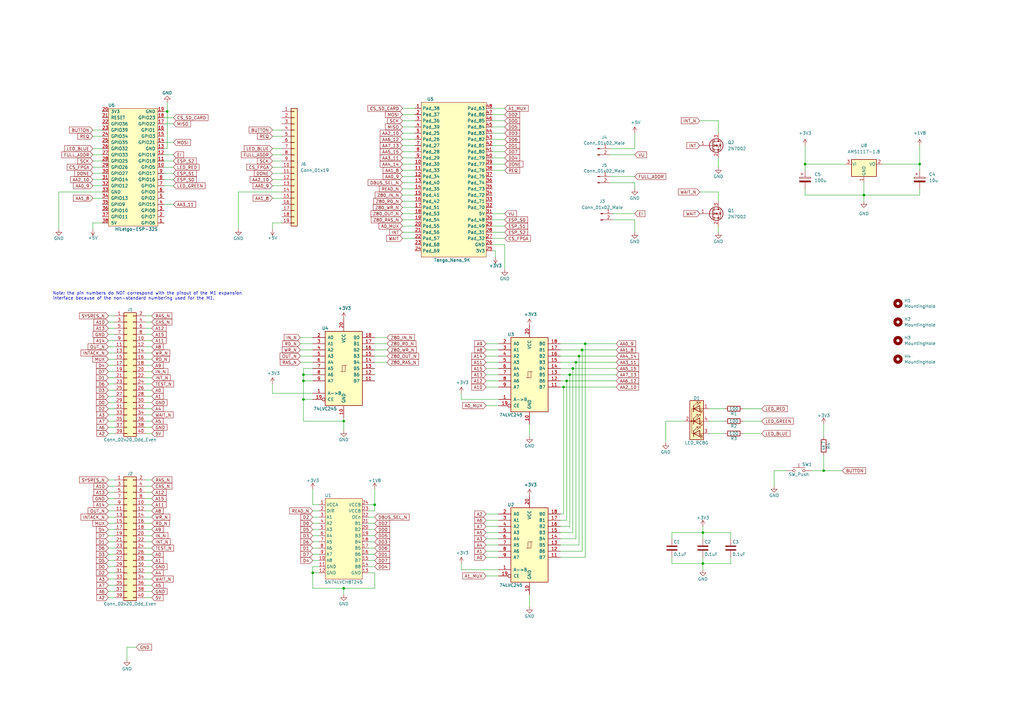
<source format=kicad_sch>
(kicad_sch (version 20211123) (generator eeschema)
  (paper "A3")
  (title_block (title "TRS-IO-M1") (date "2023-04-30") (rev "V1.4") (comment 3 "Title: TRS-IO for the TRS-80 Model 1") (comment 4 "Author: Arno Puder"))
  (junction (at 237.49 146.05))
  (junction (at 128.27 234.95))
  (junction (at 140.97 172.72))
  (junction (at 288.29 231.14))
  (junction (at 354.33 80.01))
  (junction (at 330.2 67.31))
  (junction (at 232.41 156.21))
  (junction (at 233.68 153.67))
  (junction (at 140.97 241.3))
  (junction (at 234.95 151.13))
  (junction (at 153.67 207.01))
  (junction (at 124.46 156.21))
  (junction (at 68.58 45.72))
  (junction (at 337.82 193.04))
  (junction (at 124.46 153.67))
  (junction (at 240.03 140.97))
  (junction (at 231.14 158.75))
  (junction (at 377.19 67.31))
  (junction (at 124.46 163.83))
  (junction (at 236.22 148.59))
  (junction (at 238.76 143.51))
  (junction (at 288.29 218.44))
  (wire (pts (xy 62.23 139.7) (xy 59.69 139.7)))
  (wire (pts (xy 41.91 91.44) (xy 38.1 91.44)))
  (wire (pts (xy 68.58 45.72) (xy 68.58 60.96)))
  (wire (pts (xy 337.82 173.99) (xy 337.82 179.07)))
  (wire (pts (xy 165.1 85.09) (xy 170.18 85.09)))
  (wire (pts (xy 229.87 148.59) (xy 236.22 148.59)))
  (wire (pts (xy 68.58 60.96) (xy 67.31 60.96)))
  (wire (pts (xy 46.99 157.48) (xy 44.45 157.48)))
  (wire (pts (xy 62.23 172.72) (xy 59.69 172.72)))
  (wire (pts (xy 199.39 210.82) (xy 204.47 210.82)))
  (wire (pts (xy 46.99 199.39) (xy 44.45 199.39)))
  (wire (pts (xy 153.67 146.05) (xy 158.75 146.05)))
  (wire (pts (xy 330.2 80.01) (xy 354.33 80.01)))
  (wire (pts (xy 165.1 59.69) (xy 170.18 59.69)))
  (wire (pts (xy 153.67 138.43) (xy 158.75 138.43)))
  (wire (pts (xy 201.93 92.71) (xy 207.01 92.71)))
  (wire (pts (xy 124.46 156.21) (xy 124.46 163.83)))
  (wire (pts (xy 229.87 223.52) (xy 237.49 223.52)))
  (wire (pts (xy 46.99 240.03) (xy 44.45 240.03)))
  (wire (pts (xy 124.46 156.21) (xy 128.27 156.21)))
  (wire (pts (xy 128.27 224.79) (xy 130.81 224.79)))
  (wire (pts (xy 337.82 186.69) (xy 337.82 193.04)))
  (wire (pts (xy 123.19 138.43) (xy 128.27 138.43)))
  (wire (pts (xy 46.99 132.08) (xy 44.45 132.08)))
  (wire (pts (xy 153.67 143.51) (xy 158.75 143.51)))
  (wire (pts (xy 229.87 220.98) (xy 236.22 220.98)))
  (wire (pts (xy 128.27 212.09) (xy 130.81 212.09)))
  (wire (pts (xy 240.03 140.97) (xy 240.03 228.6)))
  (wire (pts (xy 46.99 219.71) (xy 44.45 219.71)))
  (wire (pts (xy 199.39 213.36) (xy 204.47 213.36)))
  (wire (pts (xy 71.12 50.8) (xy 67.31 50.8)))
  (wire (pts (xy 46.99 207.01) (xy 44.45 207.01)))
  (wire (pts (xy 153.67 241.3) (xy 153.67 234.95)))
  (wire (pts (xy 151.13 207.01) (xy 153.67 207.01)))
  (wire (pts (xy 229.87 156.21) (xy 232.41 156.21)))
  (wire (pts (xy 201.93 49.53) (xy 207.01 49.53)))
  (wire (pts (xy 199.39 236.22) (xy 204.47 236.22)))
  (wire (pts (xy 165.1 57.15) (xy 170.18 57.15)))
  (wire (pts (xy 46.99 134.62) (xy 44.45 134.62)))
  (wire (pts (xy 52.07 265.43) (xy 55.88 265.43)))
  (wire (pts (xy 165.1 67.31) (xy 170.18 67.31)))
  (wire (pts (xy 250.19 60.96) (xy 260.35 60.96)))
  (wire (pts (xy 62.23 201.93) (xy 59.69 201.93)))
  (wire (pts (xy 111.76 91.44) (xy 111.76 93.98)))
  (wire (pts (xy 153.67 200.66) (xy 153.67 207.01)))
  (wire (pts (xy 38.1 63.5) (xy 41.91 63.5)))
  (wire (pts (xy 151.13 217.17) (xy 153.67 217.17)))
  (wire (pts (xy 273.05 181.61) (xy 273.05 172.72)))
  (wire (pts (xy 153.67 207.01) (xy 153.67 209.55)))
  (wire (pts (xy 38.1 91.44) (xy 38.1 93.98)))
  (wire (pts (xy 38.1 76.2) (xy 41.91 76.2)))
  (wire (pts (xy 128.27 232.41) (xy 128.27 234.95)))
  (wire (pts (xy 251.46 87.63) (xy 260.35 87.63)))
  (wire (pts (xy 46.99 165.1) (xy 44.45 165.1)))
  (wire (pts (xy 201.93 54.61) (xy 207.01 54.61)))
  (wire (pts (xy 38.1 53.34) (xy 41.91 53.34)))
  (wire (pts (xy 62.23 170.18) (xy 59.69 170.18)))
  (wire (pts (xy 229.87 143.51) (xy 238.76 143.51)))
  (wire (pts (xy 260.35 90.17) (xy 260.35 95.25)))
  (wire (pts (xy 46.99 217.17) (xy 44.45 217.17)))
  (wire (pts (xy 237.49 146.05) (xy 237.49 223.52)))
  (wire (pts (xy 46.99 234.95) (xy 44.45 234.95)))
  (wire (pts (xy 288.29 215.9) (xy 288.29 218.44)))
  (wire (pts (xy 62.23 134.62) (xy 59.69 134.62)))
  (wire (pts (xy 128.27 241.3) (xy 140.97 241.3)))
  (wire (pts (xy 153.67 148.59) (xy 158.75 148.59)))
  (wire (pts (xy 273.05 172.72) (xy 280.67 172.72)))
  (wire (pts (xy 128.27 214.63) (xy 130.81 214.63)))
  (wire (pts (xy 304.8 167.64) (xy 312.42 167.64)))
  (wire (pts (xy 62.23 212.09) (xy 59.69 212.09)))
  (wire (pts (xy 41.91 55.88) (xy 38.1 55.88)))
  (wire (pts (xy 62.23 219.71) (xy 59.69 219.71)))
  (wire (pts (xy 287.02 78.74) (xy 294.64 78.74)))
  (wire (pts (xy 151.13 234.95) (xy 153.67 234.95)))
  (wire (pts (xy 165.1 95.25) (xy 170.18 95.25)))
  (wire (pts (xy 62.23 144.78) (xy 59.69 144.78)))
  (wire (pts (xy 229.87 158.75) (xy 231.14 158.75)))
  (wire (pts (xy 290.83 177.8) (xy 297.18 177.8)))
  (wire (pts (xy 115.57 71.12) (xy 111.76 71.12)))
  (wire (pts (xy 201.93 62.23) (xy 207.01 62.23)))
  (wire (pts (xy 237.49 146.05) (xy 252.73 146.05)))
  (wire (pts (xy 240.03 140.97) (xy 252.73 140.97)))
  (wire (pts (xy 46.99 204.47) (xy 44.45 204.47)))
  (wire (pts (xy 62.23 227.33) (xy 59.69 227.33)))
  (wire (pts (xy 207.01 100.33) (xy 207.01 110.49)))
  (wire (pts (xy 275.59 218.44) (xy 288.29 218.44)))
  (wire (pts (xy 201.93 59.69) (xy 207.01 59.69)))
  (wire (pts (xy 68.58 41.91) (xy 68.58 45.72)))
  (wire (pts (xy 153.67 140.97) (xy 158.75 140.97)))
  (wire (pts (xy 275.59 220.98) (xy 275.59 218.44)))
  (wire (pts (xy 62.23 229.87) (xy 59.69 229.87)))
  (wire (pts (xy 123.19 143.51) (xy 128.27 143.51)))
  (wire (pts (xy 199.39 218.44) (xy 204.47 218.44)))
  (wire (pts (xy 62.23 245.11) (xy 59.69 245.11)))
  (wire (pts (xy 203.2 102.87) (xy 203.2 105.41)))
  (wire (pts (xy 229.87 213.36) (xy 232.41 213.36)))
  (wire (pts (xy 46.99 224.79) (xy 44.45 224.79)))
  (wire (pts (xy 41.91 68.58) (xy 38.1 68.58)))
  (wire (pts (xy 38.1 60.96) (xy 41.91 60.96)))
  (wire (pts (xy 153.67 209.55) (xy 151.13 209.55)))
  (wire (pts (xy 165.1 82.55) (xy 170.18 82.55)))
  (wire (pts (xy 128.27 229.87) (xy 130.81 229.87)))
  (wire (pts (xy 165.1 46.99) (xy 170.18 46.99)))
  (wire (pts (xy 294.64 64.77) (xy 294.64 68.58)))
  (wire (pts (xy 71.12 76.2) (xy 67.31 76.2)))
  (wire (pts (xy 231.14 158.75) (xy 252.73 158.75)))
  (wire (pts (xy 52.07 270.51) (xy 52.07 265.43)))
  (wire (pts (xy 62.23 175.26) (xy 59.69 175.26)))
  (wire (pts (xy 62.23 167.64) (xy 59.69 167.64)))
  (wire (pts (xy 204.47 163.83) (xy 189.23 163.83)))
  (wire (pts (xy 251.46 90.17) (xy 260.35 90.17)))
  (wire (pts (xy 229.87 210.82) (xy 231.14 210.82)))
  (wire (pts (xy 354.33 80.01) (xy 377.19 80.01)))
  (wire (pts (xy 123.19 148.59) (xy 128.27 148.59)))
  (wire (pts (xy 275.59 231.14) (xy 288.29 231.14)))
  (wire (pts (xy 165.1 72.39) (xy 170.18 72.39)))
  (wire (pts (xy 124.46 163.83) (xy 124.46 172.72)))
  (wire (pts (xy 115.57 78.74) (xy 97.79 78.74)))
  (wire (pts (xy 250.19 72.39) (xy 260.35 72.39)))
  (wire (pts (xy 199.39 158.75) (xy 204.47 158.75)))
  (wire (pts (xy 288.29 233.68) (xy 288.29 231.14)))
  (wire (pts (xy 115.57 91.44) (xy 111.76 91.44)))
  (wire (pts (xy 201.93 90.17) (xy 207.01 90.17)))
  (wire (pts (xy 377.19 67.31) (xy 377.19 69.85)))
  (wire (pts (xy 123.19 140.97) (xy 128.27 140.97)))
  (wire (pts (xy 128.27 163.83) (xy 124.46 163.83)))
  (wire (pts (xy 46.99 212.09) (xy 44.45 212.09)))
  (wire (pts (xy 46.99 137.16) (xy 44.45 137.16)))
  (wire (pts (xy 354.33 74.93) (xy 354.33 80.01)))
  (wire (pts (xy 128.27 207.01) (xy 130.81 207.01)))
  (wire (pts (xy 46.99 175.26) (xy 44.45 175.26)))
  (wire (pts (xy 199.39 146.05) (xy 204.47 146.05)))
  (wire (pts (xy 290.83 172.72) (xy 297.18 172.72)))
  (wire (pts (xy 165.1 77.47) (xy 170.18 77.47)))
  (wire (pts (xy 337.82 193.04) (xy 345.44 193.04)))
  (wire (pts (xy 165.1 62.23) (xy 170.18 62.23)))
  (wire (pts (xy 199.39 153.67) (xy 204.47 153.67)))
  (wire (pts (xy 62.23 177.8) (xy 59.69 177.8)))
  (wire (pts (xy 62.23 237.49) (xy 59.69 237.49)))
  (wire (pts (xy 128.27 227.33) (xy 130.81 227.33)))
  (wire (pts (xy 46.99 167.64) (xy 44.45 167.64)))
  (wire (pts (xy 234.95 151.13) (xy 252.73 151.13)))
  (wire (pts (xy 46.99 147.32) (xy 44.45 147.32)))
  (wire (pts (xy 130.81 209.55) (xy 128.27 209.55)))
  (wire (pts (xy 111.76 161.29) (xy 111.76 157.48)))
  (wire (pts (xy 151.13 212.09) (xy 153.67 212.09)))
  (wire (pts (xy 128.27 234.95) (xy 128.27 241.3)))
  (wire (pts (xy 115.57 68.58) (xy 111.76 68.58)))
  (wire (pts (xy 151.13 219.71) (xy 153.67 219.71)))
  (wire (pts (xy 201.93 95.25) (xy 207.01 95.25)))
  (wire (pts (xy 62.23 224.79) (xy 59.69 224.79)))
  (wire (pts (xy 62.23 129.54) (xy 59.69 129.54)))
  (wire (pts (xy 62.23 209.55) (xy 59.69 209.55)))
  (wire (pts (xy 115.57 66.04) (xy 111.76 66.04)))
  (wire (pts (xy 189.23 233.68) (xy 189.23 231.14)))
  (wire (pts (xy 46.99 201.93) (xy 44.45 201.93)))
  (wire (pts (xy 294.64 54.61) (xy 294.64 49.53)))
  (wire (pts (xy 170.18 97.79) (xy 165.1 97.79)))
  (wire (pts (xy 46.99 245.11) (xy 44.45 245.11)))
  (wire (pts (xy 62.23 234.95) (xy 59.69 234.95)))
  (wire (pts (xy 199.39 226.06) (xy 204.47 226.06)))
  (wire (pts (xy 231.14 158.75) (xy 231.14 210.82)))
  (wire (pts (xy 151.13 224.79) (xy 153.67 224.79)))
  (wire (pts (xy 41.91 78.74) (xy 24.13 78.74)))
  (wire (pts (xy 46.99 196.85) (xy 44.45 196.85)))
  (wire (pts (xy 46.99 177.8) (xy 44.45 177.8)))
  (wire (pts (xy 46.99 229.87) (xy 44.45 229.87)))
  (wire (pts (xy 67.31 48.26) (xy 71.12 48.26)))
  (wire (pts (xy 128.27 161.29) (xy 111.76 161.29)))
  (wire (pts (xy 199.39 156.21) (xy 204.47 156.21)))
  (wire (pts (xy 322.58 193.04) (xy 317.5 193.04)))
  (wire (pts (xy 140.97 241.3) (xy 140.97 243.84)))
  (wire (pts (xy 201.93 46.99) (xy 207.01 46.99)))
  (wire (pts (xy 288.29 218.44) (xy 288.29 220.98)))
  (wire (pts (xy 111.76 76.2) (xy 115.57 76.2)))
  (wire (pts (xy 46.99 237.49) (xy 44.45 237.49)))
  (wire (pts (xy 62.23 147.32) (xy 59.69 147.32)))
  (wire (pts (xy 199.39 166.37) (xy 204.47 166.37)))
  (wire (pts (xy 201.93 64.77) (xy 207.01 64.77)))
  (wire (pts (xy 67.31 73.66) (xy 71.12 73.66)))
  (wire (pts (xy 201.93 69.85) (xy 207.01 69.85)))
  (wire (pts (xy 115.57 55.88) (xy 111.76 55.88)))
  (wire (pts (xy 165.1 74.93) (xy 170.18 74.93)))
  (wire (pts (xy 128.27 234.95) (xy 130.81 234.95)))
  (wire (pts (xy 62.23 162.56) (xy 59.69 162.56)))
  (wire (pts (xy 128.27 217.17) (xy 130.81 217.17)))
  (wire (pts (xy 317.5 193.04) (xy 317.5 199.39)))
  (wire (pts (xy 62.23 204.47) (xy 59.69 204.47)))
  (wire (pts (xy 97.79 78.74) (xy 97.79 93.98)))
  (wire (pts (xy 165.1 54.61) (xy 170.18 54.61)))
  (wire (pts (xy 62.23 142.24) (xy 59.69 142.24)))
  (wire (pts (xy 217.17 173.99) (xy 217.17 179.07)))
  (wire (pts (xy 124.46 172.72) (xy 140.97 172.72)))
  (wire (pts (xy 62.23 196.85) (xy 59.69 196.85)))
  (wire (pts (xy 201.93 52.07) (xy 207.01 52.07)))
  (wire (pts (xy 299.72 218.44) (xy 299.72 220.98)))
  (wire (pts (xy 46.99 152.4) (xy 44.45 152.4)))
  (wire (pts (xy 46.99 214.63) (xy 44.45 214.63)))
  (wire (pts (xy 199.39 228.6) (xy 204.47 228.6)))
  (wire (pts (xy 41.91 71.12) (xy 38.1 71.12)))
  (wire (pts (xy 46.99 129.54) (xy 44.45 129.54)))
  (wire (pts (xy 201.93 44.45) (xy 207.01 44.45)))
  (wire (pts (xy 229.87 140.97) (xy 240.03 140.97)))
  (wire (pts (xy 62.23 165.1) (xy 59.69 165.1)))
  (wire (pts (xy 330.2 67.31) (xy 330.2 69.85)))
  (wire (pts (xy 62.23 207.01) (xy 59.69 207.01)))
  (wire (pts (xy 330.2 67.31) (xy 346.71 67.31)))
  (wire (pts (xy 199.39 140.97) (xy 204.47 140.97)))
  (wire (pts (xy 38.1 73.66) (xy 41.91 73.66)))
  (wire (pts (xy 165.1 90.17) (xy 170.18 90.17)))
  (wire (pts (xy 62.23 232.41) (xy 59.69 232.41)))
  (wire (pts (xy 46.99 162.56) (xy 44.45 162.56)))
  (wire (pts (xy 236.22 148.59) (xy 252.73 148.59)))
  (wire (pts (xy 46.99 139.7) (xy 44.45 139.7)))
  (wire (pts (xy 304.8 177.8) (xy 312.42 177.8)))
  (wire (pts (xy 62.23 199.39) (xy 59.69 199.39)))
  (wire (pts (xy 46.99 160.02) (xy 44.45 160.02)))
  (wire (pts (xy 67.31 83.82) (xy 71.12 83.82)))
  (wire (pts (xy 46.99 242.57) (xy 44.45 242.57)))
  (wire (pts (xy 124.46 153.67) (xy 128.27 153.67)))
  (wire (pts (xy 232.41 156.21) (xy 232.41 213.36)))
  (wire (pts (xy 128.27 200.66) (xy 128.27 207.01)))
  (wire (pts (xy 234.95 151.13) (xy 234.95 218.44)))
  (wire (pts (xy 24.13 78.74) (xy 24.13 93.98)))
  (wire (pts (xy 46.99 232.41) (xy 44.45 232.41)))
  (wire (pts (xy 41.91 66.04) (xy 38.1 66.04)))
  (wire (pts (xy 62.23 160.02) (xy 59.69 160.02)))
  (wire (pts (xy 151.13 222.25) (xy 153.67 222.25)))
  (wire (pts (xy 199.39 151.13) (xy 204.47 151.13)))
  (wire (pts (xy 46.99 149.86) (xy 44.45 149.86)))
  (wire (pts (xy 46.99 170.18) (xy 44.45 170.18)))
  (wire (pts (xy 199.39 148.59) (xy 204.47 148.59)))
  (wire (pts (xy 151.13 232.41) (xy 153.67 232.41)))
  (wire (pts (xy 229.87 153.67) (xy 233.68 153.67)))
  (wire (pts (xy 165.1 92.71) (xy 170.18 92.71)))
  (wire (pts (xy 207.01 87.63) (xy 201.93 87.63)))
  (wire (pts (xy 275.59 228.6) (xy 275.59 231.14)))
  (wire (pts (xy 71.12 68.58) (xy 67.31 68.58)))
  (wire (pts (xy 111.76 63.5) (xy 115.57 63.5)))
  (wire (pts (xy 111.76 53.34) (xy 115.57 53.34)))
  (wire (pts (xy 229.87 228.6) (xy 240.03 228.6)))
  (wire (pts (xy 62.23 152.4) (xy 59.69 152.4)))
  (wire (pts (xy 201.93 57.15) (xy 207.01 57.15)))
  (wire (pts (xy 201.93 102.87) (xy 203.2 102.87)))
  (wire (pts (xy 62.23 149.86) (xy 59.69 149.86)))
  (wire (pts (xy 165.1 69.85) (xy 170.18 69.85)))
  (wire (pts (xy 288.29 231.14) (xy 299.72 231.14)))
  (wire (pts (xy 165.1 52.07) (xy 170.18 52.07)))
  (wire (pts (xy 111.76 73.66) (xy 115.57 73.66)))
  (wire (pts (xy 330.2 59.69) (xy 330.2 67.31)))
  (wire (pts (xy 189.23 163.83) (xy 189.23 161.29)))
  (wire (pts (xy 294.64 78.74) (xy 294.64 82.55)))
  (wire (pts (xy 123.19 146.05) (xy 128.27 146.05)))
  (wire (pts (xy 229.87 146.05) (xy 237.49 146.05)))
  (wire (pts (xy 151.13 227.33) (xy 153.67 227.33)))
  (wire (pts (xy 294.64 92.71) (xy 294.64 95.25)))
  (wire (pts (xy 62.23 240.03) (xy 59.69 240.03)))
  (wire (pts (xy 229.87 226.06) (xy 238.76 226.06)))
  (wire (pts (xy 217.17 243.84) (xy 217.17 248.92)))
  (wire (pts (xy 67.31 45.72) (xy 68.58 45.72)))
  (wire (pts (xy 330.2 77.47) (xy 330.2 80.01)))
  (wire (pts (xy 377.19 77.47) (xy 377.19 80.01)))
  (wire (pts (xy 165.1 64.77) (xy 170.18 64.77)))
  (wire (pts (xy 67.31 66.04) (xy 71.12 66.04)))
  (wire (pts (xy 62.23 222.25) (xy 59.69 222.25)))
  (wire (pts (xy 62.23 214.63) (xy 59.69 214.63)))
  (wire (pts (xy 71.12 58.42) (xy 67.31 58.42)))
  (wire (pts (xy 199.39 143.51) (xy 204.47 143.51)))
  (wire (pts (xy 128.27 151.13) (xy 124.46 151.13)))
  (wire (pts (xy 62.23 242.57) (xy 59.69 242.57)))
  (wire (pts (xy 62.23 137.16) (xy 59.69 137.16)))
  (wire (pts (xy 165.1 49.53) (xy 170.18 49.53)))
  (wire (pts (xy 124.46 151.13) (xy 124.46 153.67)))
  (wire (pts (xy 140.97 241.3) (xy 153.67 241.3)))
  (wire (pts (xy 199.39 215.9) (xy 204.47 215.9)))
  (wire (pts (xy 165.1 87.63) (xy 170.18 87.63)))
  (wire (pts (xy 250.19 63.5) (xy 260.35 63.5)))
  (wire (pts (xy 46.99 154.94) (xy 44.45 154.94)))
  (wire (pts (xy 201.93 100.33) (xy 207.01 100.33)))
  (wire (pts (xy 111.76 81.28) (xy 115.57 81.28)))
  (wire (pts (xy 354.33 80.01) (xy 354.33 82.55)))
  (wire (pts (xy 46.99 227.33) (xy 44.45 227.33)))
  (wire (pts (xy 199.39 220.98) (xy 204.47 220.98)))
  (wire (pts (xy 67.31 71.12) (xy 71.12 71.12)))
  (wire (pts (xy 67.31 63.5) (xy 71.12 63.5)))
  (wire (pts (xy 229.87 151.13) (xy 234.95 151.13)))
  (wire (pts (xy 232.41 156.21) (xy 252.73 156.21)))
  (wire (pts (xy 124.46 153.67) (xy 124.46 156.21)))
  (wire (pts (xy 140.97 172.72) (xy 140.97 176.53)))
  (wire (pts (xy 46.99 144.78) (xy 44.45 144.78)))
  (wire (pts (xy 199.39 223.52) (xy 204.47 223.52)))
  (wire (pts (xy 151.13 214.63) (xy 153.67 214.63)))
  (wire (pts (xy 299.72 231.14) (xy 299.72 228.6)))
  (wire (pts (xy 46.99 172.72) (xy 44.45 172.72)))
  (wire (pts (xy 111.76 60.96) (xy 115.57 60.96)))
  (wire (pts (xy 337.82 193.04) (xy 332.74 193.04)))
  (wire (pts (xy 130.81 232.41) (xy 128.27 232.41)))
  (wire (pts (xy 140.97 171.45) (xy 140.97 172.72)))
  (wire (pts (xy 229.87 218.44) (xy 234.95 218.44)))
  (wire (pts (xy 377.19 67.31) (xy 361.95 67.31)))
  (wire (pts (xy 165.1 80.01) (xy 170.18 80.01)))
  (wire (pts (xy 233.68 215.9) (xy 233.68 153.67)))
  (wire (pts (xy 377.19 59.69) (xy 377.19 67.31)))
  (wire (pts (xy 62.23 132.08) (xy 59.69 132.08)))
  (wire (pts (xy 201.93 97.79) (xy 207.01 97.79)))
  (wire (pts (xy 294.64 49.53) (xy 287.02 49.53)))
  (wire (pts (xy 238.76 143.51) (xy 252.73 143.51)))
  (wire (pts (xy 229.87 215.9) (xy 233.68 215.9)))
  (wire (pts (xy 46.99 209.55) (xy 44.45 209.55)))
  (wire (pts (xy 204.47 233.68) (xy 189.23 233.68)))
  (wire (pts (xy 62.23 157.48) (xy 59.69 157.48)))
  (wire (pts (xy 260.35 74.93) (xy 260.35 77.47)))
  (wire (pts (xy 128.27 219.71) (xy 130.81 219.71)))
  (wire (pts (xy 165.1 44.45) (xy 170.18 44.45)))
  (wire (pts (xy 238.76 143.51) (xy 238.76 226.06)))
  (wire (pts (xy 201.93 67.31) (xy 207.01 67.31)))
  (wire (pts (xy 290.83 167.64) (xy 297.18 167.64)))
  (wire (pts (xy 62.23 154.94) (xy 59.69 154.94)))
  (wire (pts (xy 62.23 217.17) (xy 59.69 217.17)))
  (wire (pts (xy 233.68 153.67) (xy 252.73 153.67)))
  (wire (pts (xy 288.29 231.14) (xy 288.29 228.6)))
  (wire (pts (xy 260.35 60.96) (xy 260.35 54.61)))
  (wire (pts (xy 250.19 74.93) (xy 260.35 74.93)))
  (wire (pts (xy 128.27 222.25) (xy 130.81 222.25)))
  (wire (pts (xy 151.13 229.87) (xy 153.67 229.87)))
  (wire (pts (xy 46.99 142.24) (xy 44.45 142.24)))
  (wire (pts (xy 304.8 172.72) (xy 312.42 172.72)))
  (wire (pts (xy 46.99 222.25) (xy 44.45 222.25)))
  (wire (pts (xy 288.29 218.44) (xy 299.72 218.44)))
  (wire (pts (xy 236.22 148.59) (xy 236.22 220.98)))
  (wire (pts (xy 38.1 81.28) (xy 41.91 81.28)))
  (text "Note: the pin numbers do NOT correspond with the pinout of the M1 expansion\ninterface because of the non-standard numbering used for the M1." (at 21.59 123.19 0) (effects (font (size 1.27 1.27)) (justify left bottom)))
  (global_label "WAIT_N" (shape input) (at 287.02 78.74 180) (property "Intersheet References" "${INTERSHEET_REFS}" (effects hide)))
  (global_label "D3" (shape input) (at 44.45 160.02 180) (property "Intersheet References" "${INTERSHEET_REFS}" (effects hide)))
  (global_label "AA0_9" (shape input) (at 38.1 76.2 180) (property "Intersheet References" "${INTERSHEET_REFS}" (effects hide)))
  (global_label "A7" (shape input) (at 199.39 215.9 180) (property "Intersheet References" "${INTERSHEET_REFS}" (effects hide)))
  (global_label "A0" (shape input) (at 62.23 160.02 0) (property "Intersheet References" "${INTERSHEET_REFS}" (effects hide)))
  (global_label "DBUS_SEL_N" (shape input) (at 153.67 212.09 0) (property "Intersheet References" "${INTERSHEET_REFS}" (effects hide)))
  (global_label "DD7" (shape input) (at 153.67 229.87 0) (property "Intersheet References" "${INTERSHEET_REFS}" (effects hide)))
  (global_label "A13" (shape input) (at 44.45 201.93 180) (property "Intersheet References" "${INTERSHEET_REFS}" (effects hide)))
  (global_label "A5" (shape input) (at 62.23 240.03 0) (property "Intersheet References" "${INTERSHEET_REFS}" (effects hide)))
  (global_label "ESP_S1" (shape input) (at 71.12 71.12 0) (property "Intersheet References" "${INTERSHEET_REFS}" (effects hide)))
  (global_label "SCK" (shape input) (at 111.76 66.04 180) (property "Intersheet References" "${INTERSHEET_REFS}" (effects hide)))
  (global_label "AA1_8" (shape input) (at 252.73 143.51 0) (property "Intersheet References" "${INTERSHEET_REFS}" (effects hide)))
  (global_label "AA2_10" (shape input) (at 38.1 73.66 180) (property "Intersheet References" "${INTERSHEET_REFS}" (effects hide)))
  (global_label "LED_BLUE" (shape input) (at 312.42 177.8 0) (property "Intersheet References" "${INTERSHEET_REFS}" (effects hide)))
  (global_label "AA4_14" (shape input) (at 252.73 146.05 0) (property "Intersheet References" "${INTERSHEET_REFS}" (effects hide)))
  (global_label "AA7_13" (shape input) (at 252.73 153.67 0) (property "Intersheet References" "${INTERSHEET_REFS}" (effects hide)))
  (global_label "A9" (shape input) (at 62.23 217.17 0) (property "Intersheet References" "${INTERSHEET_REFS}" (effects hide)))
  (global_label "A13" (shape input) (at 44.45 134.62 180) (property "Intersheet References" "${INTERSHEET_REFS}" (effects hide)))
  (global_label "VU" (shape input) (at 207.01 87.63 0) (property "Intersheet References" "${INTERSHEET_REFS}" (effects hide)))
  (global_label "Z80_RAS_N" (shape input) (at 165.1 90.17 180) (property "Intersheet References" "${INTERSHEET_REFS}" (effects hide)))
  (global_label "ESP_S2" (shape input) (at 71.12 66.04 0) (property "Intersheet References" "${INTERSHEET_REFS}" (effects hide)))
  (global_label "READ_N" (shape input) (at 165.1 77.47 180) (property "Intersheet References" "${INTERSHEET_REFS}" (effects hide)))
  (global_label "DONE" (shape input) (at 111.76 71.12 180) (property "Intersheet References" "${INTERSHEET_REFS}" (effects hide)))
  (global_label "IN_N" (shape input) (at 123.19 138.43 180) (property "Intersheet References" "${INTERSHEET_REFS}" (effects hide)))
  (global_label "GND" (shape input) (at 62.23 175.26 0) (property "Intersheet References" "${INTERSHEET_REFS}" (effects hide)))
  (global_label "Z80_RD_N" (shape input) (at 158.75 140.97 0) (property "Intersheet References" "${INTERSHEET_REFS}" (effects hide)))
  (global_label "D2" (shape input) (at 44.45 167.64 180) (property "Intersheet References" "${INTERSHEET_REFS}" (effects hide)))
  (global_label "D6" (shape input) (at 128.27 222.25 180) (property "Intersheet References" "${INTERSHEET_REFS}" (effects hide)))
  (global_label "D2" (shape input) (at 128.27 212.09 180) (property "Intersheet References" "${INTERSHEET_REFS}" (effects hide)))
  (global_label "A5" (shape input) (at 62.23 172.72 0) (property "Intersheet References" "${INTERSHEET_REFS}" (effects hide)))
  (global_label "MOSI" (shape input) (at 165.1 46.99 180) (property "Intersheet References" "${INTERSHEET_REFS}" (effects hide)))
  (global_label "DD0" (shape input) (at 207.01 49.53 0) (property "Intersheet References" "${INTERSHEET_REFS}" (effects hide)))
  (global_label "Z80_WR_N" (shape input) (at 158.75 143.51 0) (property "Intersheet References" "${INTERSHEET_REFS}" (effects hide)))
  (global_label "DD7" (shape input) (at 207.01 62.23 0) (property "Intersheet References" "${INTERSHEET_REFS}" (effects hide)))
  (global_label "A5" (shape input) (at 199.39 218.44 180) (property "Intersheet References" "${INTERSHEET_REFS}" (effects hide)))
  (global_label "D4" (shape input) (at 44.45 149.86 180) (property "Intersheet References" "${INTERSHEET_REFS}" (effects hide)))
  (global_label "GND" (shape input) (at 62.23 232.41 0) (property "Intersheet References" "${INTERSHEET_REFS}" (effects hide)))
  (global_label "TEST_N" (shape input) (at 62.23 157.48 0) (property "Intersheet References" "${INTERSHEET_REFS}" (effects hide)))
  (global_label "DD1" (shape input) (at 207.01 59.69 0) (property "Intersheet References" "${INTERSHEET_REFS}" (effects hide)))
  (global_label "WAIT" (shape input) (at 165.1 97.79 180) (property "Intersheet References" "${INTERSHEET_REFS}" (effects hide)))
  (global_label "A9" (shape input) (at 199.39 140.97 180) (property "Intersheet References" "${INTERSHEET_REFS}" (effects hide)))
  (global_label "Z80_IN_N" (shape input) (at 158.75 138.43 0) (property "Intersheet References" "${INTERSHEET_REFS}" (effects hide)))
  (global_label "D1" (shape input) (at 44.45 154.94 180) (property "Intersheet References" "${INTERSHEET_REFS}" (effects hide)))
  (global_label "TEST_N" (shape input) (at 62.23 224.79 0) (property "Intersheet References" "${INTERSHEET_REFS}" (effects hide)))
  (global_label "REQ" (shape input) (at 111.76 55.88 180) (property "Intersheet References" "${INTERSHEET_REFS}" (effects hide)))
  (global_label "CS_FPGA" (shape input) (at 111.76 68.58 180) (property "Intersheet References" "${INTERSHEET_REFS}" (effects hide)))
  (global_label "A0_MUX" (shape input) (at 199.39 166.37 180) (property "Intersheet References" "${INTERSHEET_REFS}" (effects hide)))
  (global_label "A10" (shape input) (at 44.45 132.08 180) (property "Intersheet References" "${INTERSHEET_REFS}" (effects hide)))
  (global_label "AA6_12" (shape input) (at 252.73 156.21 0) (property "Intersheet References" "${INTERSHEET_REFS}" (effects hide)))
  (global_label "MUX" (shape input) (at 44.45 147.32 180) (property "Intersheet References" "${INTERSHEET_REFS}" (effects hide)))
  (global_label "A7" (shape input) (at 44.45 240.03 180) (property "Intersheet References" "${INTERSHEET_REFS}" (effects hide)))
  (global_label "AA7_13" (shape input) (at 165.1 59.69 180) (property "Intersheet References" "${INTERSHEET_REFS}" (effects hide)))
  (global_label "AA5_15" (shape input) (at 252.73 151.13 0) (property "Intersheet References" "${INTERSHEET_REFS}" (effects hide)))
  (global_label "D3" (shape input) (at 44.45 227.33 180) (property "Intersheet References" "${INTERSHEET_REFS}" (effects hide)))
  (global_label "A12" (shape input) (at 199.39 156.21 180) (property "Intersheet References" "${INTERSHEET_REFS}" (effects hide)))
  (global_label "INTACK_N" (shape input) (at 44.45 144.78 180) (property "Intersheet References" "${INTERSHEET_REFS}" (effects hide)))
  (global_label "AA6_12" (shape input) (at 165.1 57.15 180) (property "Intersheet References" "${INTERSHEET_REFS}" (effects hide)))
  (global_label "FULL_ADDR" (shape input) (at 38.1 63.5 180) (property "Intersheet References" "${INTERSHEET_REFS}" (effects hide)))
  (global_label "A14" (shape input) (at 199.39 146.05 180) (property "Intersheet References" "${INTERSHEET_REFS}" (effects hide)))
  (global_label "D6" (shape input) (at 44.45 157.48 180) (property "Intersheet References" "${INTERSHEET_REFS}" (effects hide)))
  (global_label "DD2" (shape input) (at 153.67 214.63 0) (property "Intersheet References" "${INTERSHEET_REFS}" (effects hide)))
  (global_label "AA0_9" (shape input) (at 111.76 76.2 180) (property "Intersheet References" "${INTERSHEET_REFS}" (effects hide)))
  (global_label "OUT_N" (shape input) (at 123.19 146.05 180) (property "Intersheet References" "${INTERSHEET_REFS}" (effects hide)))
  (global_label "LED_BLUE" (shape input) (at 38.1 60.96 180) (property "Intersheet References" "${INTERSHEET_REFS}" (effects hide)))
  (global_label "LED_GREEN" (shape input) (at 71.12 76.2 0) (property "Intersheet References" "${INTERSHEET_REFS}" (effects hide)))
  (global_label "DD5" (shape input) (at 207.01 52.07 0) (property "Intersheet References" "${INTERSHEET_REFS}" (effects hide)))
  (global_label "RAS_N" (shape input) (at 123.19 148.59 180) (property "Intersheet References" "${INTERSHEET_REFS}" (effects hide)))
  (global_label "CS_FPGA" (shape input) (at 38.1 68.58 180) (property "Intersheet References" "${INTERSHEET_REFS}" (effects hide)))
  (global_label "Z80_WR_N" (shape input) (at 165.1 85.09 180) (property "Intersheet References" "${INTERSHEET_REFS}" (effects hide)))
  (global_label "RD_N" (shape input) (at 123.19 140.97 180) (property "Intersheet References" "${INTERSHEET_REFS}" (effects hide)))
  (global_label "A1" (shape input) (at 62.23 162.56 0) (property "Intersheet References" "${INTERSHEET_REFS}" (effects hide)))
  (global_label "A7" (shape input) (at 44.45 172.72 180) (property "Intersheet References" "${INTERSHEET_REFS}" (effects hide)))
  (global_label "5V" (shape input) (at 62.23 177.8 0) (property "Intersheet References" "${INTERSHEET_REFS}" (effects hide)))
  (global_label "MUX" (shape input) (at 44.45 214.63 180) (property "Intersheet References" "${INTERSHEET_REFS}" (effects hide)))
  (global_label "A2" (shape input) (at 44.45 177.8 180) (property "Intersheet References" "${INTERSHEET_REFS}" (effects hide)))
  (global_label "INT_N" (shape input) (at 287.02 49.53 180) (property "Intersheet References" "${INTERSHEET_REFS}" (effects hide)))
  (global_label "RD_N" (shape input) (at 62.23 147.32 0) (property "Intersheet References" "${INTERSHEET_REFS}" (effects hide)))
  (global_label "A2" (shape input) (at 199.39 210.82 180) (property "Intersheet References" "${INTERSHEET_REFS}" (effects hide)))
  (global_label "D0" (shape input) (at 44.45 165.1 180) (property "Intersheet References" "${INTERSHEET_REFS}" (effects hide)))
  (global_label "A0" (shape input) (at 62.23 227.33 0) (property "Intersheet References" "${INTERSHEET_REFS}" (effects hide)))
  (global_label "IN_N" (shape input) (at 62.23 219.71 0) (property "Intersheet References" "${INTERSHEET_REFS}" (effects hide)))
  (global_label "MISO" (shape input) (at 71.12 50.8 0) (property "Intersheet References" "${INTERSHEET_REFS}" (effects hide)))
  (global_label "D7" (shape input) (at 44.45 219.71 180) (property "Intersheet References" "${INTERSHEET_REFS}" (effects hide)))
  (global_label "LED_RED" (shape input) (at 312.42 167.64 0) (property "Intersheet References" "${INTERSHEET_REFS}" (effects hide)))
  (global_label "DD2" (shape input) (at 207.01 46.99 0) (property "Intersheet References" "${INTERSHEET_REFS}" (effects hide)))
  (global_label "A4" (shape input) (at 199.39 223.52 180) (property "Intersheet References" "${INTERSHEET_REFS}" (effects hide)))
  (global_label "ESP_S0" (shape input) (at 207.01 90.17 0) (property "Intersheet References" "${INTERSHEET_REFS}" (effects hide)))
  (global_label "WAIT_N" (shape input) (at 62.23 170.18 0) (property "Intersheet References" "${INTERSHEET_REFS}" (effects hide)))
  (global_label "AA2_10" (shape input) (at 165.1 54.61 180) (property "Intersheet References" "${INTERSHEET_REFS}" (effects hide)))
  (global_label "EI" (shape input) (at 260.35 87.63 0) (property "Intersheet References" "${INTERSHEET_REFS}" (effects hide)))
  (global_label "LED_GREEN" (shape input) (at 312.42 172.72 0) (property "Intersheet References" "${INTERSHEET_REFS}" (effects hide)))
  (global_label "BUTTON" (shape input) (at 111.76 53.34 180) (property "Intersheet References" "${INTERSHEET_REFS}" (effects hide)))
  (global_label "D2" (shape input) (at 44.45 234.95 180) (property "Intersheet References" "${INTERSHEET_REFS}" (effects hide)))
  (global_label "D1" (shape input) (at 44.45 222.25 180) (property "Intersheet References" "${INTERSHEET_REFS}" (effects hide)))
  (global_label "D1" (shape input) (at 128.27 224.79 180) (property "Intersheet References" "${INTERSHEET_REFS}" (effects hide)))
  (global_label "FULL_ADDR" (shape input) (at 260.35 72.39 0) (property "Intersheet References" "${INTERSHEET_REFS}" (effects hide)))
  (global_label "A1" (shape input) (at 62.23 229.87 0) (property "Intersheet References" "${INTERSHEET_REFS}" (effects hide)))
  (global_label "SCK" (shape input) (at 165.1 49.53 180) (property "Intersheet References" "${INTERSHEET_REFS}" (effects hide)))
  (global_label "A8" (shape input) (at 62.23 209.55 0) (property "Intersheet References" "${INTERSHEET_REFS}" (effects hide)))
  (global_label "BUTTON" (shape input) (at 38.1 53.34 180) (property "Intersheet References" "${INTERSHEET_REFS}" (effects hide)))
  (global_label "RD_N" (shape input) (at 62.23 214.63 0) (property "Intersheet References" "${INTERSHEET_REFS}" (effects hide)))
  (global_label "AA2_10" (shape input) (at 111.76 73.66 180) (property "Intersheet References" "${INTERSHEET_REFS}" (effects hide)))
  (global_label "A14" (shape input) (at 44.45 139.7 180) (property "Intersheet References" "${INTERSHEET_REFS}" (effects hide)))
  (global_label "CAS_N" (shape input) (at 62.23 199.39 0) (property "Intersheet References" "${INTERSHEET_REFS}" (effects hide)))
  (global_label "A10" (shape input) (at 44.45 199.39 180) (property "Intersheet References" "${INTERSHEET_REFS}" (effects hide)))
  (global_label "WAIT_N" (shape input) (at 62.23 237.49 0) (property "Intersheet References" "${INTERSHEET_REFS}" (effects hide)))
  (global_label "A8" (shape input) (at 62.23 142.24 0) (property "Intersheet References" "${INTERSHEET_REFS}" (effects hide)))
  (global_label "D0" (shape input) (at 44.45 232.41 180) (property "Intersheet References" "${INTERSHEET_REFS}" (effects hide)))
  (global_label "RAS_N" (shape input) (at 62.23 129.54 0) (property "Intersheet References" "${INTERSHEET_REFS}" (effects hide)))
  (global_label "5V" (shape input) (at 62.23 245.11 0) (property "Intersheet References" "${INTERSHEET_REFS}" (effects hide)))
  (global_label "A15" (shape input) (at 62.23 204.47 0) (property "Intersheet References" "${INTERSHEET_REFS}" (effects hide)))
  (global_label "A4" (shape input) (at 62.23 167.64 0) (property "Intersheet References" "${INTERSHEET_REFS}" (effects hide)))
  (global_label "DD4" (shape input) (at 153.67 232.41 0) (property "Intersheet References" "${INTERSHEET_REFS}" (effects hide)))
  (global_label "D5" (shape input) (at 44.45 229.87 180) (property "Intersheet References" "${INTERSHEET_REFS}" (effects hide)))
  (global_label "GND" (shape input) (at 62.23 242.57 0) (property "Intersheet References" "${INTERSHEET_REFS}" (effects hide)))
  (global_label "INTACK_N" (shape input) (at 44.45 212.09 180) (property "Intersheet References" "${INTERSHEET_REFS}" (effects hide)))
  (global_label "AA0_9" (shape input) (at 252.73 140.97 0) (property "Intersheet References" "${INTERSHEET_REFS}" (effects hide)))
  (global_label "AA1_8" (shape input) (at 165.1 69.85 180) (property "Intersheet References" "${INTERSHEET_REFS}" (effects hide)))
  (global_label "INT_N" (shape input) (at 62.23 222.25 0) (property "Intersheet References" "${INTERSHEET_REFS}" (effects hide)))
  (global_label "WR_N" (shape input) (at 62.23 144.78 0) (property "Intersheet References" "${INTERSHEET_REFS}" (effects hide)))
  (global_label "OUT_N" (shape input) (at 44.45 142.24 180) (property "Intersheet References" "${INTERSHEET_REFS}" (effects hide)))
  (global_label "REQ" (shape input) (at 38.1 55.88 180) (property "Intersheet References" "${INTERSHEET_REFS}" (effects hide)))
  (global_label "A0" (shape input) (at 199.39 228.6 180) (property "Intersheet References" "${INTERSHEET_REFS}" (effects hide)))
  (global_label "D5" (shape input) (at 128.27 217.17 180) (property "Intersheet References" "${INTERSHEET_REFS}" (effects hide)))
  (global_label "WR_N" (shape input) (at 123.19 143.51 180) (property "Intersheet References" "${INTERSHEET_REFS}" (effects hide)))
  (global_label "A3" (shape input) (at 44.45 237.49 180) (property "Intersheet References" "${INTERSHEET_REFS}" (effects hide)))
  (global_label "D6" (shape input) (at 44.45 224.79 180) (property "Intersheet References" "${INTERSHEET_REFS}" (effects hide)))
  (global_label "READ_N" (shape input) (at 128.27 209.55 180) (property "Intersheet References" "${INTERSHEET_REFS}" (effects hide)))
  (global_label "A12" (shape input) (at 62.23 134.62 0) (property "Intersheet References" "${INTERSHEET_REFS}" (effects hide)))
  (global_label "A1" (shape input) (at 199.39 226.06 180) (property "Intersheet References" "${INTERSHEET_REFS}" (effects hide)))
  (global_label "A12" (shape input) (at 62.23 201.93 0) (property "Intersheet References" "${INTERSHEET_REFS}" (effects hide)))
  (global_label "A10" (shape input) (at 199.39 158.75 180) (property "Intersheet References" "${INTERSHEET_REFS}" (effects hide)))
  (global_label "A8" (shape input) (at 199.39 143.51 180) (property "Intersheet References" "${INTERSHEET_REFS}" (effects hide)))
  (global_label "AA3_11" (shape input) (at 165.1 64.77 180) (property "Intersheet References" "${INTERSHEET_REFS}" (effects hide)))
  (global_label "A14" (shape input) (at 44.45 207.01 180) (property "Intersheet References" "${INTERSHEET_REFS}" (effects hide)))
  (global_label "A6" (shape input) (at 44.45 175.26 180) (property "Intersheet References" "${INTERSHEET_REFS}" (effects hide)))
  (global_label "AA1_8" (shape input) (at 111.76 81.28 180) (property "Intersheet References" "${INTERSHEET_REFS}" (effects hide)))
  (global_label "DD5" (shape input) (at 153.67 219.71 0) (property "Intersheet References" "${INTERSHEET_REFS}" (effects hide)))
  (global_label "D5" (shape input) (at 44.45 162.56 180) (property "Intersheet References" "${INTERSHEET_REFS}" (effects hide)))
  (global_label "A11" (shape input) (at 62.23 139.7 0) (property "Intersheet References" "${INTERSHEET_REFS}" (effects hide)))
  (global_label "AA2_10" (shape input) (at 252.73 158.75 0) (property "Intersheet References" "${INTERSHEET_REFS}" (effects hide)))
  (global_label "DD1" (shape input) (at 153.67 227.33 0) (property "Intersheet References" "${INTERSHEET_REFS}" (effects hide)))
  (global_label "SCK" (shape input) (at 38.1 66.04 180) (property "Intersheet References" "${INTERSHEET_REFS}" (effects hide)))
  (global_label "REQ" (shape input) (at 207.01 69.85 0) (property "Intersheet References" "${INTERSHEET_REFS}" (effects hide)))
  (global_label "A6" (shape input) (at 199.39 213.36 180) (property "Intersheet References" "${INTERSHEET_REFS}" (effects hide)))
  (global_label "A9" (shape input) (at 62.23 149.86 0) (property "Intersheet References" "${INTERSHEET_REFS}" (effects hide)))
  (global_label "Z80_RAS_N" (shape input) (at 158.75 148.59 0) (property "Intersheet References" "${INTERSHEET_REFS}" (effects hide)))
  (global_label "MOSI" (shape input) (at 71.12 58.42 0) (property "Intersheet References" "${INTERSHEET_REFS}" (effects hide)))
  (global_label "AA4_14" (shape input) (at 165.1 67.31 180) (property "Intersheet References" "${INTERSHEET_REFS}" (effects hide)))
  (global_label "EI" (shape input) (at 71.12 63.5 0) (property "Intersheet References" "${INTERSHEET_REFS}" (effects hide)))
  (global_label "WR_N" (shape input) (at 62.23 212.09 0) (property "Intersheet References" "${INTERSHEET_REFS}" (effects hide)))
  (global_label "AA1_8" (shape input) (at 38.1 81.28 180) (property "Intersheet References" "${INTERSHEET_REFS}" (effects hide)))
  (global_label "D4" (shape input) (at 128.27 229.87 180) (property "Intersheet References" "${INTERSHEET_REFS}" (effects hide)))
  (global_label "GND" (shape input) (at 55.88 265.43 0) (property "Intersheet References" "${INTERSHEET_REFS}" (effects hide)))
  (global_label "A2" (shape input) (at 44.45 245.11 180) (property "Intersheet References" "${INTERSHEET_REFS}" (effects hide)))
  (global_label "INT_N" (shape input) (at 62.23 154.94 0) (property "Intersheet References" "${INTERSHEET_REFS}" (effects hide)))
  (global_label "ESP_S1" (shape input) (at 207.01 92.71 0) (property "Intersheet References" "${INTERSHEET_REFS}" (effects hide)))
  (global_label "A3" (shape input) (at 44.45 170.18 180) (property "Intersheet References" "${INTERSHEET_REFS}" (effects hide)))
  (global_label "LED_BLUE" (shape input) (at 111.76 60.96 180) (property "Intersheet References" "${INTERSHEET_REFS}" (effects hide)))
  (global_label "GND" (shape input) (at 62.23 165.1 0) (property "Intersheet References" "${INTERSHEET_REFS}" (effects hide)))
  (global_label "DD4" (shape input) (at 207.01 64.77 0) (property "Intersheet References" "${INTERSHEET_REFS}" (effects hide)))
  (global_label "AA5_15" (shape input) (at 165.1 62.23 180) (property "Intersheet References" "${INTERSHEET_REFS}" (effects hide)))
  (global_label "DBUS_SEL_N" (shape input) (at 165.1 74.93 180) (property "Intersheet References" "${INTERSHEET_REFS}" (effects hide)))
  (global_label "A13" (shape input) (at 199.39 153.67 180) (property "Intersheet References" "${INTERSHEET_REFS}" (effects hide)))
  (global_label "INT" (shape input) (at 287.02 59.69 180) (property "Intersheet References" "${INTERSHEET_REFS}" (effects hide)))
  (global_label "Z80_IN_N" (shape input) (at 165.1 80.01 180) (property "Intersheet References" "${INTERSHEET_REFS}" (effects hide)))
  (global_label "CAS_N" (shape input) (at 62.23 132.08 0) (property "Intersheet References" "${INTERSHEET_REFS}" (effects hide)))
  (global_label "BUTTON" (shape input) (at 345.44 193.04 0) (property "Intersheet References" "${INTERSHEET_REFS}" (effects hide)))
  (global_label "SYSRES_N" (shape input) (at 44.45 129.54 180) (property "Intersheet References" "${INTERSHEET_REFS}" (effects hide)))
  (global_label "A6" (shape input) (at 44.45 242.57 180) (property "Intersheet References" "${INTERSHEET_REFS}" (effects hide)))
  (global_label "D7" (shape input) (at 44.45 152.4 180) (property "Intersheet References" "${INTERSHEET_REFS}" (effects hide)))
  (global_label "A11" (shape input) (at 62.23 207.01 0) (property "Intersheet References" "${INTERSHEET_REFS}" (effects hide)))
  (global_label "CS_SD_CARD" (shape input) (at 165.1 44.45 180) (property "Intersheet References" "${INTERSHEET_REFS}" (effects hide)))
  (global_label "D7" (shape input) (at 128.27 227.33 180) (property "Intersheet References" "${INTERSHEET_REFS}" (effects hide)))
  (global_label "IN_N" (shape input) (at 62.23 152.4 0) (property "Intersheet References" "${INTERSHEET_REFS}" (effects hide)))
  (global_label "A1_MUX" (shape input) (at 199.39 236.22 180) (property "Intersheet References" "${INTERSHEET_REFS}" (effects hide)))
  (global_label "DONE" (shape input) (at 38.1 71.12 180) (property "Intersheet References" "${INTERSHEET_REFS}" (effects hide)))
  (global_label "A3" (shape input) (at 199.39 220.98 180) (property "Intersheet References" "${INTERSHEET_REFS}" (effects hide)))
  (global_label "DD3" (shape input) (at 207.01 54.61 0) (property "Intersheet References" "${INTERSHEET_REFS}" (effects hide)))
  (global_label "ESP_S2" (shape input) (at 207.01 95.25 0) (property "Intersheet References" "${INTERSHEET_REFS}" (effects hide)))
  (global_label "CS_SD_CARD" (shape input) (at 71.12 48.26 0) (property "Intersheet References" "${INTERSHEET_REFS}" (effects hide)))
  (global_label "AA3_11" (shape input) (at 252.73 148.59 0) (property "Intersheet References" "${INTERSHEET_REFS}" (effects hide)))
  (global_label "OUT_N" (shape input) (at 44.45 209.55 180) (property "Intersheet References" "${INTERSHEET_REFS}" (effects hide)))
  (global_label "MISO" (shape input) (at 165.1 52.07 180) (property "Intersheet References" "${INTERSHEET_REFS}" (effects hide)))
  (global_label "DD6" (shape input) (at 153.67 224.79 0) (property "Intersheet References" "${INTERSHEET_REFS}" (effects hide)))
  (global_label "A0_MUX" (shape input) (at 165.1 92.71 180) (property "Intersheet References" "${INTERSHEET_REFS}" (effects hide)))
  (global_label "VU" (shape input) (at 260.35 63.5 0) (property "Intersheet References" "${INTERSHEET_REFS}" (effects hide)))
  (global_label "A4" (shape input) (at 62.23 234.95 0) (property "Intersheet References" "${INTERSHEET_REFS}" (effects hide)))
  (global_label "D0" (shape input) (at 128.27 214.63 180) (property "Intersheet References" "${INTERSHEET_REFS}" (effects hide)))
  (global_label "DD0" (shape input) (at 153.67 217.17 0) (property "Intersheet References" "${INTERSHEET_REFS}" (effects hide)))
  (global_label "AA3_11" (shape input) (at 71.12 83.82 0) (property "Intersheet References" "${INTERSHEET_REFS}" (effects hide)))
  (global_label "GND" (shape input) (at 44.45 137.16 180) (property "Intersheet References" "${INTERSHEET_REFS}" (effects hide)))
  (global_label "LED_RED" (shape input) (at 71.12 68.58 0) (property "Intersheet References" "${INTERSHEET_REFS}" (effects hide)))
  (global_label "RAS_N" (shape input) (at 62.23 196.85 0) (property "Intersheet References" "${INTERSHEET_REFS}" (effects hide)))
  (global_label "WAIT" (shape input) (at 287.02 87.63 180) (property "Intersheet References" "${INTERSHEET_REFS}" (effects hide)))
  (global_label "SYSRES_N" (shape input) (at 44.45 196.85 180) (property "Intersheet References" "${INTERSHEET_REFS}" (effects hide)))
  (global_label "A15" (shape input) (at 62.23 137.16 0) (property "Intersheet References" "${INTERSHEET_REFS}" (effects hide)))
  (global_label "ESP_S0" (shape input) (at 71.12 73.66 0) (property "Intersheet References" "${INTERSHEET_REFS}" (effects hide)))
  (global_label "GND" (shape input) (at 44.45 204.47 180) (property "Intersheet References" "${INTERSHEET_REFS}" (effects hide)))
  (global_label "A11" (shape input) (at 199.39 148.59 180) (property "Intersheet References" "${INTERSHEET_REFS}" (effects hide)))
  (global_label "D3" (shape input) (at 128.27 219.71 180) (property "Intersheet References" "${INTERSHEET_REFS}" (effects hide)))
  (global_label "Z80_RD_N" (shape input) (at 165.1 82.55 180) (property "Intersheet References" "${INTERSHEET_REFS}" (effects hide)))
  (global_label "DD3" (shape input) (at 153.67 222.25 0) (property "Intersheet References" "${INTERSHEET_REFS}" (effects hide)))
  (global_label "A15" (shape input) (at 199.39 151.13 180) (property "Intersheet References" "${INTERSHEET_REFS}" (effects hide)))
  (global_label "DONE" (shape input) (at 207.01 67.31 0) (property "Intersheet References" "${INTERSHEET_REFS}" (effects hide)))
  (global_label "D4" (shape input) (at 44.45 217.17 180) (property "Intersheet References" "${INTERSHEET_REFS}" (effects hide)))
  (global_label "FULL_ADDR" (shape input) (at 111.76 63.5 180) (property "Intersheet References" "${INTERSHEET_REFS}" (effects hide)))
  (global_label "INT" (shape input) (at 165.1 95.25 180) (property "Intersheet References" "${INTERSHEET_REFS}" (effects hide)))
  (global_label "Z80_OUT_N" (shape input) (at 165.1 87.63 180) (property "Intersheet References" "${INTERSHEET_REFS}" (effects hide)))
  (global_label "DD6" (shape input) (at 207.01 57.15 0) (property "Intersheet References" "${INTERSHEET_REFS}" (effects hide)))
  (global_label "CS_FPGA" (shape input) (at 207.01 97.79 0) (property "Intersheet References" "${INTERSHEET_REFS}" (effects hide)))
  (global_label "AA0_9" (shape input) (at 165.1 72.39 180) (property "Intersheet References" "${INTERSHEET_REFS}" (effects hide)))
  (global_label "Z80_OUT_N" (shape input) (at 158.75 146.05 0) (property "Intersheet References" "${INTERSHEET_REFS}" (effects hide)))
  (global_label "A1_MUX" (shape input) (at 207.01 44.45 0) (property "Intersheet References" "${INTERSHEET_REFS}" (effects hide)))
  (symbol (lib_id "Connector_Generic:Conn_02x20_Odd_Even") (at 52.07 152.4 0) (unit 1)
    (property "Reference" "J1" (at 53.34 127 0))
    (property "Value" "Conn_02x20_Odd_Even" (at 53.34 180.34 0))
    (property "Footprint" "Connector_PinHeader_2.54mm:PinHeader_2x20_P2.54mm_Vertical" (effects hide))
  )
  (symbol (lib_id "ESP-AP:HiLetgo-ESP-32S") (at 54.61 69.85 0) (unit 1)
    (property "Reference" "U6" (at 45.72 43.18 0))
    (property "Value" "HiLetgo-ESP-32S" (at 55.88 93.98 0))
    (property "Footprint" "TRS-IO-M1:DIP-38_W22.9mm" (effects hide))
  )
  (symbol (lib_id "power:GND") (at 294.64 95.25 0) (unit 1)
    (property "Reference" "#PWR0101" (effects hide))
    (property "Value" "GND" (at 294.64 99.06 0))
  )
  (symbol (lib_id "power:+3.3V") (at 203.2 105.41 180) (unit 1)
    (property "Reference" "#PWR0111" (effects hide))
    (property "Value" "+3.3V" (at 203.2 108.966 0))
  )
  (symbol (lib_id "power:+5V") (at 38.1 93.98 180) (unit 1)
    (property "Reference" "#PWR0112" (effects hide))
    (property "Value" "+5V" (at 38.1 97.536 0))
  )
  (symbol (lib_id "power:GND") (at 68.58 41.91 180) (unit 1)
    (property "Reference" "#PWR0113" (effects hide))
    (property "Value" "GND" (at 68.58 38.1 0))
  )
  (symbol (lib_id "74xx:74HC245") (at 217.17 223.52 0) (unit 1)
    (property "Reference" "U2" (at 209.55 207.01 0))
    (property "Value" "74LVC245" (at 209.55 240.03 0))
    (property "Footprint" "TRS-IO-M1:SSOP-20_5.3x7.2mm_P0.65mm_slim" (effects hide))
    (property "Datasheet" "http://www.ti.com/lit/gpn/sn74HC245" (effects hide))
  )
  (symbol (lib_id "power:GND") (at 217.17 248.92 0) (unit 1)
    (property "Reference" "#PWR0116" (effects hide))
    (property "Value" "GND" (at 217.17 252.73 0))
  )
  (symbol (lib_id "power:GND") (at 52.07 270.51 0) (unit 1)
    (property "Reference" "#PWR0119" (effects hide))
    (property "Value" "GND" (at 52.07 274.32 0))
  )
  (symbol (lib_id "74xx:74HC245") (at 217.17 153.67 0) (unit 1)
    (property "Reference" "U3" (at 209.55 137.16 0))
    (property "Value" "74LVC245" (at 209.55 170.18 0))
    (property "Footprint" "TRS-IO-M1:SSOP-20_5.3x7.2mm_P0.65mm_slim" (effects hide))
    (property "Datasheet" "http://www.ti.com/lit/gpn/sn74HC245" (effects hide))
  )
  (symbol (lib_id "power:GND") (at 217.17 179.07 0) (unit 1)
    (property "Reference" "#PWR0104" (effects hide))
    (property "Value" "GND" (at 217.17 182.88 0))
  )
  (symbol (lib_id "power:GND") (at 24.13 93.98 0) (unit 1)
    (property "Reference" "#PWR0120" (effects hide))
    (property "Value" "GND" (at 24.13 97.79 0))
  )
  (symbol (lib_id "Device:C") (at 275.59 224.79 0) (unit 1)
    (property "Reference" "C1" (at 276.225 222.25 0) (effects (justify left)))
    (property "Value" "0.1uF" (at 276.225 227.33 0) (effects (justify left)))
    (property "Footprint" "Capacitor_SMD:C_0805_2012Metric_Pad1.18x1.45mm_HandSolder" (effects hide))
  )
  (symbol (lib_id "Device:C") (at 288.29 224.79 0) (unit 1)
    (property "Reference" "C2" (at 288.925 222.25 0) (effects (justify left)))
    (property "Value" "0.1uF" (at 288.925 227.33 0) (effects (justify left)))
    (property "Footprint" "Capacitor_SMD:C_0805_2012Metric_Pad1.18x1.45mm_HandSolder" (effects hide))
  )
  (symbol (lib_id "Device:C") (at 299.72 224.79 0) (unit 1)
    (property "Reference" "C3" (at 300.355 222.25 0) (effects (justify left)))
    (property "Value" "0.1uF" (at 300.355 227.33 0) (effects (justify left)))
    (property "Footprint" "Capacitor_SMD:C_0805_2012Metric_Pad1.18x1.45mm_HandSolder" (effects hide))
  )
  (symbol (lib_id "power:GND") (at 294.64 68.58 0) (unit 1)
    (property "Reference" "#PWR0118" (effects hide))
    (property "Value" "GND" (at 294.64 72.39 0))
  )
  (symbol (lib_id "power:GND") (at 288.29 233.68 0) (unit 1)
    (property "Reference" "#PWR02" (effects hide))
    (property "Value" "GND" (at 288.29 237.49 0))
  )
  (symbol (lib_id "Device:LED_RCBG") (at 285.75 172.72 0) (unit 1)
    (property "Reference" "D1" (at 285.75 163.322 0))
    (property "Value" "LED_RCBG" (at 285.75 181.61 0))
    (property "Footprint" "LED_THT:LED_D5.0mm-4_RGB" (effects hide))
  )
  (symbol (lib_id "Device:R") (at 300.99 167.64 270) (unit 1)
    (property "Reference" "R1" (at 300.99 169.672 90))
    (property "Value" "100" (at 300.99 167.64 90))
    (property "Footprint" "Resistor_SMD:R_0805_2012Metric_Pad1.20x1.40mm_HandSolder" (effects hide))
  )
  (symbol (lib_id "Device:R") (at 300.99 172.72 270) (unit 1)
    (property "Reference" "R2" (at 300.99 174.752 90))
    (property "Value" "100" (at 300.99 172.72 90))
    (property "Footprint" "Resistor_SMD:R_0805_2012Metric_Pad1.20x1.40mm_HandSolder" (effects hide))
  )
  (symbol (lib_id "Device:R") (at 300.99 177.8 270) (unit 1)
    (property "Reference" "R3" (at 300.99 179.832 90))
    (property "Value" "100" (at 300.99 177.8 90))
    (property "Footprint" "Resistor_SMD:R_0805_2012Metric_Pad1.20x1.40mm_HandSolder" (effects hide))
  )
  (symbol (lib_id "Device:R") (at 337.82 182.88 0) (unit 1)
    (property "Reference" "R4" (at 339.852 182.88 90))
    (property "Value" "4K7" (at 337.82 182.88 90))
    (property "Footprint" "Resistor_SMD:R_0805_2012Metric_Pad1.20x1.40mm_HandSolder" (effects hide))
  )
  (symbol (lib_id "Switch:SW_Push") (at 327.66 193.04 0) (unit 1)
    (property "Reference" "SW1" (at 328.93 190.5 0) (effects (justify left)))
    (property "Value" "SW_Push" (at 327.66 194.564 0))
    (property "Footprint" "Button_Switch_THT:SW_PUSH_6mm_H9.5mm" (effects hide))
  )
  (symbol (lib_id "power:GND") (at 273.05 181.61 0) (unit 1)
    (property "Reference" "#PWR05" (effects hide))
    (property "Value" "GND" (at 273.05 185.42 0))
  )
  (symbol (lib_id "power:GND") (at 317.5 199.39 0) (unit 1)
    (property "Reference" "#PWR06" (effects hide))
    (property "Value" "GND" (at 317.5 203.2 0))
  )
  (symbol (lib_id "power:+3.3V") (at 337.82 173.99 0) (unit 1)
    (property "Reference" "#PWR07" (effects hide))
    (property "Value" "+3.3V" (at 337.82 170.434 0))
  )
  (symbol (lib_id "Connector_Generic:Conn_02x20_Odd_Even") (at 52.07 219.71 0) (unit 1)
    (property "Reference" "J2" (at 53.34 194.31 0))
    (property "Value" "Conn_02x20_Odd_Even" (at 53.34 247.65 0))
    (property "Footprint" "TRS-IO-M1:TRSEDGE" (effects hide))
  )
  (symbol (lib_id "power:+3.3V") (at 217.17 133.35 0) (unit 1)
    (property "Reference" "#PWR0102" (effects hide))
    (property "Value" "+3.3V" (at 217.551 128.9558 0))
  )
  (symbol (lib_id "power:+3.3V") (at 189.23 161.29 0) (unit 1)
    (property "Reference" "#PWR0103" (effects hide))
    (property "Value" "+3.3V" (at 189.611 156.8958 0))
  )
  (symbol (lib_id "power:+3.3V") (at 217.17 203.2 0) (unit 1)
    (property "Reference" "#PWR0105" (effects hide))
    (property "Value" "+3.3V" (at 217.551 198.8058 0))
  )
  (symbol (lib_id "power:+3.3V") (at 189.23 231.14 0) (unit 1)
    (property "Reference" "#PWR0108" (effects hide))
    (property "Value" "+3.3V" (at 189.611 226.7458 0))
  )
  (symbol (lib_id "74xx:74HC245") (at 140.97 151.13 0) (unit 1)
    (property "Reference" "U4" (at 133.35 134.62 0))
    (property "Value" "74LVC245" (at 133.35 167.64 0))
    (property "Footprint" "TRS-IO-M1:SSOP-20_5.3x7.2mm_P0.65mm_slim" (effects hide))
    (property "Datasheet" "http://www.ti.com/lit/gpn/sn74HC245" (effects hide))
  )
  (symbol (lib_id "power:+3.3V") (at 140.97 130.81 0) (unit 1)
    (property "Reference" "#PWR0109" (effects hide))
    (property "Value" "+3.3V" (at 141.351 126.4158 0))
  )
  (symbol (lib_id "power:GND") (at 140.97 176.53 0) (unit 1)
    (property "Reference" "#PWR0110" (effects hide))
    (property "Value" "GND" (at 140.97 180.34 0))
  )
  (symbol (lib_id "power:+3.3V") (at 111.76 157.48 0) (unit 1)
    (property "Reference" "#PWR0114" (effects hide))
    (property "Value" "+3.3V" (at 112.141 153.0858 0))
  )
  (symbol (lib_id "Connector:Conn_01x02_Male") (at 245.11 60.96 0) (unit 1)
    (property "Reference" "J4" (at 247.8532 56.3626 0))
    (property "Value" "Conn_01x02_Male" (at 247.8532 58.674 0))
    (property "Footprint" "Connector_PinHeader_2.54mm:PinHeader_1x02_P2.54mm_Vertical" (effects hide))
  )
  (symbol (lib_id "power:+5V") (at 260.35 54.61 0) (unit 1)
    (property "Reference" "#PWR0115" (effects hide))
    (property "Value" "+5V" (at 260.731 50.2158 0))
  )
  (symbol (lib_id "Connector:Conn_01x02_Male") (at 245.11 72.39 0) (unit 1)
    (property "Reference" "J5" (at 247.8532 67.7926 0))
    (property "Value" "Conn_01x02_Male" (at 247.8532 70.104 0))
    (property "Footprint" "Connector_PinHeader_2.54mm:PinHeader_1x02_P2.54mm_Vertical" (effects hide))
  )
  (symbol (lib_id "power:GND") (at 260.35 77.47 0) (unit 1)
    (property "Reference" "#PWR0121" (effects hide))
    (property "Value" "GND" (at 260.35 81.28 0))
  )
  (symbol (lib_id "power:+3.3V") (at 288.29 215.9 0) (unit 1)
    (property "Reference" "#PWR0122" (effects hide))
    (property "Value" "+3.3V" (at 288.29 212.344 0))
  )
  (symbol (lib_id "Mechanical:MountingHole") (at 368.3 124.46 0) (unit 1)
    (property "Reference" "H1" (at 370.84 123.2916 0) (effects (justify left)))
    (property "Value" "MountingHole" (at 370.84 125.603 0) (effects (justify left)))
    (property "Footprint" "MountingHole:MountingHole_3mm_Pad_Via" (effects hide))
  )
  (symbol (lib_id "Mechanical:MountingHole") (at 368.3 132.08 0) (unit 1)
    (property "Reference" "H2" (at 370.84 130.9116 0) (effects (justify left)))
    (property "Value" "MountingHole" (at 370.84 133.223 0) (effects (justify left)))
    (property "Footprint" "MountingHole:MountingHole_3mm_Pad_Via" (effects hide))
  )
  (symbol (lib_id "Mechanical:MountingHole") (at 368.3 139.7 0) (unit 1)
    (property "Reference" "H3" (at 370.84 138.5316 0) (effects (justify left)))
    (property "Value" "MountingHole" (at 370.84 140.843 0) (effects (justify left)))
    (property "Footprint" "MountingHole:MountingHole_3mm_Pad_Via" (effects hide))
  )
  (symbol (lib_id "Mechanical:MountingHole") (at 368.3 147.32 0) (unit 1)
    (property "Reference" "H4" (at 370.84 146.1516 0) (effects (justify left)))
    (property "Value" "MountingHole" (at 370.84 148.463 0) (effects (justify left)))
    (property "Footprint" "MountingHole:MountingHole_3mm_Pad_Via" (effects hide))
  )
  (symbol (lib_id "Transistor_FET:2N7002") (at 292.1 87.63 0) (unit 1)
    (property "Reference" "Q1" (at 298.45 86.3599 0) (effects (justify left)))
    (property "Value" "2N7002" (at 298.45 88.8999 0) (effects (justify left)))
    (property "Footprint" "Package_TO_SOT_SMD:SOT-23" (effects hide))
    (property "Datasheet" "https://www.onsemi.com/pub/Collateral/NDS7002A-D.PDF" (effects hide))
  )
  (symbol (lib_id "MYLIB:SN74LVCH8T245") (at 140.97 220.98 0) (unit 1)
    (property "Reference" "U1" (at 134.62 203.2 0))
    (property "Value" "SN74LVCH8T245" (at 140.97 238.76 0))
    (property "Footprint" "Package_SO:TSSOP-24_4.4x7.8mm_P0.65mm" (effects hide))
  )
  (symbol (lib_id "Connector:Conn_01x02_Male") (at 246.38 87.63 0) (unit 1)
    (property "Reference" "J3" (at 247.015 82.55 0))
    (property "Value" "Conn_01x02_Male" (at 247.015 85.09 0))
    (property "Footprint" "Connector_PinHeader_2.54mm:PinHeader_1x02_P2.54mm_Vertical" (effects hide))
  )
  (symbol (lib_id "power:+3.3V") (at 330.2 59.69 0) (unit 1)
    (property "Reference" "#PWR0124" (effects hide))
    (property "Value" "+3.3V" (at 330.2 54.61 0))
  )
  (symbol (lib_id "power:+3V3") (at 128.27 200.66 0) (unit 1)
    (property "Reference" "#PWR0125" (effects hide))
    (property "Value" "+3V3" (at 128.27 197.104 0))
  )
  (symbol (lib_id "power:GND") (at 207.01 110.49 0) (unit 1)
    (property "Reference" "#PWR0128" (effects hide))
    (property "Value" "GND" (at 207.01 114.3 0))
  )
  (symbol (lib_id "power:GND") (at 97.79 93.98 0) (unit 1)
    (property "Reference" "#PWR0107" (effects hide))
    (property "Value" "GND" (at 97.79 97.79 0))
  )
  (symbol (lib_id "power:+1V8") (at 377.19 59.69 0) (unit 1)
    (property "Reference" "#PWR0123" (effects hide))
    (property "Value" "+1V8" (at 377.19 54.61 0))
  )
  (symbol (lib_id "Device:C_Polarized") (at 330.2 73.66 0) (unit 1)
    (property "Reference" "C5" (at 334.01 71.5009 0) (effects (justify left)))
    (property "Value" "100u" (at 334.01 74.0409 0) (effects (justify left)))
    (property "Footprint" "Capacitor_SMD:C_1206_3216Metric_Pad1.33x1.80mm_HandSolder" (effects hide))
  )
  (symbol (lib_id "MYLIB:Tango_Nano_9K") (at 186.69 71.12 0) (unit 1)
    (property "Reference" "U5" (at 176.53 40.64 0))
    (property "Value" "Tango_Nano_9K" (at 185.42 106.68 0))
    (property "Footprint" "TRS-IO-M1:DIP-48_W22.9mm" (effects hide))
  )
  (symbol (lib_id "power:GND") (at 140.97 243.84 0) (unit 1)
    (property "Reference" "#PWR0127" (effects hide))
    (property "Value" "GND" (at 140.97 247.65 0))
  )
  (symbol (lib_id "Regulator_Linear:AMS1117-1.8") (at 354.33 67.31 0) (unit 1)
    (property "Reference" "U8" (at 354.33 59.69 0))
    (property "Value" "AMS1117-1.8" (at 354.33 62.23 0))
    (property "Footprint" "Package_TO_SOT_SMD:SOT-223-3_TabPin2" (effects hide))
    (property "Datasheet" "http://www.advanced-monolithic.com/pdf/ds1117.pdf" (effects hide))
  )
  (symbol (lib_id "Connector_Generic:Conn_01x19") (at 120.65 68.58 0) (unit 1)
    (property "Reference" "J6" (at 123.19 67.3099 0) (effects (justify left)))
    (property "Value" "Conn_01x19" (at 123.19 69.8499 0) (effects (justify left)))
    (property "Footprint" "Connector_PinHeader_2.54mm:PinHeader_1x19_P2.54mm_Vertical" (effects hide))
  )
  (symbol (lib_id "power:GND") (at 260.35 95.25 0) (unit 1)
    (property "Reference" "#PWR0106" (effects hide))
    (property "Value" "GND" (at 260.35 99.06 0))
  )
  (symbol (lib_id "power:GND") (at 354.33 82.55 0) (unit 1)
    (property "Reference" "#PWR0117" (effects hide))
    (property "Value" "GND" (at 354.33 87.63 0))
  )
  (symbol (lib_id "power:+5V") (at 111.76 93.98 180) (unit 1)
    (property "Reference" "#PWR0129" (effects hide))
    (property "Value" "+5V" (at 111.76 97.536 0))
  )
  (symbol (lib_id "Transistor_FET:2N7002") (at 292.1 59.69 0) (unit 1)
    (property "Reference" "Q2" (at 298.45 58.4199 0) (effects (justify left)))
    (property "Value" "2N7002" (at 298.45 60.9599 0) (effects (justify left)))
    (property "Footprint" "Package_TO_SOT_SMD:SOT-23" (effects hide))
    (property "Datasheet" "https://www.onsemi.com/pub/Collateral/NDS7002A-D.PDF" (effects hide))
  )
  (symbol (lib_id "power:+1V8") (at 153.67 200.66 0) (unit 1)
    (property "Reference" "#PWR0126" (effects hide))
    (property "Value" "+1V8" (at 153.67 197.104 0))
  )
  (symbol (lib_id "Device:C_Polarized") (at 377.19 73.66 0) (unit 1)
    (property "Reference" "C4" (at 381 71.5009 0) (effects (justify left)))
    (property "Value" "10u" (at 381 74.0409 0) (effects (justify left)))
    (property "Footprint" "Capacitor_SMD:C_1206_3216Metric_Pad1.33x1.80mm_HandSolder" (effects hide))
  )
)
</source>
